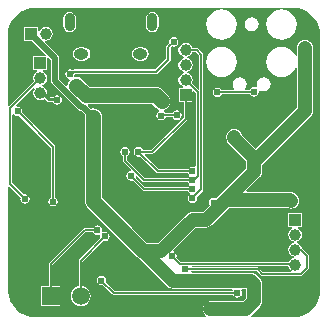
<source format=gbl>
G04*
G04 #@! TF.GenerationSoftware,Altium Limited,Altium Designer,19.1.7 (138)*
G04*
G04 Layer_Physical_Order=2*
G04 Layer_Color=16711680*
%FSLAX44Y44*%
%MOMM*%
G71*
G01*
G75*
%ADD13C,0.1270*%
%ADD35R,1.0000X1.0000*%
%ADD36C,1.0000*%
%ADD37R,1.0000X1.0000*%
%ADD38O,1.2500X0.9500*%
%ADD39O,0.9000X1.5500*%
%ADD40C,1.5000*%
%ADD41R,1.5000X1.5000*%
%ADD42C,0.5000*%
%ADD43C,0.2540*%
%ADD44C,0.2032*%
%ADD46C,0.5080*%
%ADD48C,0.1524*%
%ADD50C,0.6096*%
%ADD51C,1.1430*%
%ADD52C,1.2700*%
G36*
X988882Y867994D02*
Y850278D01*
X989148Y848941D01*
X989906Y847806D01*
X1012271Y825441D01*
X1012271Y825441D01*
X1013406Y824683D01*
X1014743Y824417D01*
X1014743Y824417D01*
X1014933D01*
X1017901Y821448D01*
X1017837Y821294D01*
X1017589Y819404D01*
Y748284D01*
X1017837Y746394D01*
X1018567Y744633D01*
X1019727Y743121D01*
X1046667Y716181D01*
X1047505Y715090D01*
X1061637Y700957D01*
X1063149Y699797D01*
X1064095Y699405D01*
X1087490Y676010D01*
X1087490Y676010D01*
X1088869Y674951D01*
X1090476Y674286D01*
X1092200Y674059D01*
X1092200Y674059D01*
X1142072D01*
X1142786Y672789D01*
X1142434Y672210D01*
X1042671D01*
X1035322Y679558D01*
X1035601Y680961D01*
X1035295Y682497D01*
X1034425Y683799D01*
X1033123Y684669D01*
X1031587Y684975D01*
X1030051Y684669D01*
X1028748Y683799D01*
X1027878Y682497D01*
X1027572Y680961D01*
X1027878Y679425D01*
X1028748Y678122D01*
X1030051Y677252D01*
X1031587Y676947D01*
X1032989Y677226D01*
X1040821Y669394D01*
X1041988Y668910D01*
X1143177D01*
X1143972Y667722D01*
X1145274Y666851D01*
X1146810Y666546D01*
X1148346Y666851D01*
X1149648Y667722D01*
X1150519Y669024D01*
X1150824Y670560D01*
X1150519Y672096D01*
X1150056Y672789D01*
X1150734Y674059D01*
X1154119D01*
Y666045D01*
X1151325Y663251D01*
X1123950D01*
X1122226Y663024D01*
X1120620Y662359D01*
X1119240Y661300D01*
X1118181Y659921D01*
X1117516Y658314D01*
X1117289Y656590D01*
X1117516Y654866D01*
X1118181Y653260D01*
X1119240Y651880D01*
X1120162Y651173D01*
X1119731Y649903D01*
X975613D01*
X975526Y649885D01*
X971132Y650318D01*
X966823Y651625D01*
X962852Y653748D01*
X959371Y656604D01*
X956514Y660085D01*
X954392Y664056D01*
X953085Y668365D01*
X952765Y671615D01*
X952669Y672846D01*
X952502Y673688D01*
X952417Y673816D01*
Y760080D01*
X953687Y760607D01*
X963174Y751119D01*
X962964Y750062D01*
X963269Y748526D01*
X964140Y747224D01*
X965442Y746353D01*
X966978Y746048D01*
X968514Y746353D01*
X969816Y747224D01*
X970687Y748526D01*
X970992Y750062D01*
X970687Y751598D01*
X969816Y752900D01*
X968514Y753771D01*
X966978Y754076D01*
X965921Y753866D01*
X956220Y763567D01*
Y821454D01*
X957490Y821840D01*
X957790Y821392D01*
X959092Y820521D01*
X960628Y820216D01*
X961685Y820426D01*
X988658Y793454D01*
Y751213D01*
X987762Y750614D01*
X986891Y749312D01*
X986586Y747776D01*
X986891Y746240D01*
X987762Y744938D01*
X989064Y744067D01*
X990600Y743762D01*
X992136Y744067D01*
X993438Y744938D01*
X994309Y746240D01*
X994614Y747776D01*
X994309Y749312D01*
X993438Y750614D01*
X992542Y751213D01*
Y794258D01*
X992394Y795001D01*
X991973Y795631D01*
X964432Y823173D01*
X964642Y824230D01*
X964337Y825766D01*
X963466Y827068D01*
X962164Y827939D01*
X960628Y828244D01*
X960212Y828161D01*
X959587Y829332D01*
X974027Y843772D01*
X975013Y842962D01*
X974385Y842022D01*
X973928Y839724D01*
X974385Y837426D01*
X975686Y835478D01*
X977634Y834177D01*
X979932Y833720D01*
X982230Y834177D01*
X983522Y835040D01*
X985741Y832820D01*
X986456Y832343D01*
X987298Y832175D01*
X990561D01*
X991318Y831044D01*
X992620Y830173D01*
X994156Y829868D01*
X995692Y830173D01*
X996994Y831044D01*
X997865Y832346D01*
X998170Y833882D01*
X997865Y835418D01*
X996994Y836720D01*
X995692Y837591D01*
X994156Y837896D01*
X992620Y837591D01*
X991318Y836720D01*
X991222Y836578D01*
X988210D01*
X985792Y838996D01*
X985936Y839724D01*
X985479Y842022D01*
X984178Y843970D01*
X982230Y845271D01*
X981449Y845427D01*
Y846721D01*
X982230Y846877D01*
X984178Y848178D01*
X985479Y850126D01*
X985936Y852424D01*
X985479Y854722D01*
X984178Y856670D01*
X982230Y857971D01*
X982386Y859235D01*
X985821D01*
Y869259D01*
X987091Y869785D01*
X988882Y867994D01*
D02*
G37*
G36*
X975361Y911943D02*
X1132579D01*
X1132663Y910673D01*
X1130016Y910325D01*
X1126911Y909039D01*
X1124245Y906993D01*
X1122199Y904327D01*
X1120913Y901222D01*
X1120474Y897890D01*
X1120913Y894558D01*
X1122199Y891453D01*
X1124245Y888787D01*
X1126911Y886741D01*
X1130016Y885455D01*
X1133348Y885016D01*
X1136680Y885455D01*
X1139785Y886741D01*
X1142451Y888787D01*
X1144497Y891453D01*
X1145783Y894558D01*
X1146222Y897890D01*
X1145783Y901222D01*
X1144497Y904327D01*
X1142451Y906993D01*
X1139785Y909039D01*
X1136680Y910325D01*
X1134033Y910673D01*
X1134117Y911943D01*
X1183379D01*
X1183463Y910673D01*
X1180816Y910325D01*
X1177711Y909039D01*
X1175045Y906993D01*
X1172999Y904327D01*
X1171713Y901222D01*
X1171274Y897890D01*
X1171713Y894558D01*
X1172999Y891453D01*
X1175045Y888787D01*
X1177711Y886741D01*
X1180816Y885455D01*
X1184148Y885016D01*
X1187480Y885455D01*
X1190585Y886741D01*
X1193251Y888787D01*
X1195297Y891453D01*
X1196583Y894558D01*
X1197022Y897890D01*
X1196583Y901222D01*
X1195297Y904327D01*
X1193251Y906993D01*
X1190585Y909039D01*
X1187480Y910325D01*
X1184833Y910673D01*
X1184917Y911943D01*
X1194055D01*
X1194142Y911961D01*
X1198536Y911528D01*
X1202845Y910221D01*
X1206816Y908098D01*
X1210297Y905242D01*
X1213154Y901761D01*
X1215276Y897790D01*
X1216583Y893481D01*
X1217016Y889090D01*
X1216997Y888999D01*
Y672845D01*
X1217015Y672758D01*
X1216582Y668364D01*
X1215275Y664055D01*
X1213152Y660084D01*
X1210296Y656603D01*
X1206815Y653746D01*
X1202844Y651624D01*
X1198535Y650317D01*
X1194145Y649884D01*
X1194053Y649903D01*
X1158304D01*
X1157873Y651173D01*
X1158794Y651880D01*
X1165490Y658575D01*
X1165490Y658576D01*
X1166549Y659955D01*
X1167214Y661562D01*
X1167441Y663286D01*
Y678180D01*
X1167214Y679904D01*
X1166549Y681510D01*
X1165490Y682890D01*
X1165490Y682890D01*
X1162950Y685430D01*
X1161571Y686489D01*
X1159964Y687154D01*
X1158240Y687381D01*
X1158240Y687381D01*
X1108316D01*
X1107596Y688651D01*
X1107619Y688689D01*
X1163131D01*
X1166448Y685372D01*
X1166994Y685007D01*
X1167638Y684879D01*
X1200658D01*
X1201302Y685007D01*
X1201848Y685372D01*
X1206928Y690452D01*
X1207293Y690998D01*
X1207421Y691642D01*
Y701802D01*
X1207293Y702446D01*
X1206928Y702992D01*
X1201601Y708320D01*
X1201379Y709434D01*
X1200078Y711382D01*
X1198130Y712683D01*
X1197349Y712839D01*
Y714133D01*
X1198130Y714289D01*
X1200078Y715590D01*
X1201379Y717538D01*
X1201836Y719836D01*
X1201379Y722134D01*
X1200078Y724082D01*
X1198130Y725383D01*
X1198287Y726647D01*
X1201721D01*
Y738425D01*
X1189943D01*
Y726647D01*
X1193378D01*
X1193534Y725383D01*
X1191586Y724082D01*
X1190285Y722134D01*
X1189828Y719836D01*
X1190285Y717538D01*
X1191586Y715590D01*
X1193534Y714289D01*
X1194315Y714133D01*
Y712839D01*
X1193534Y712683D01*
X1191586Y711382D01*
X1190285Y709434D01*
X1189828Y707136D01*
X1190285Y704838D01*
X1191586Y702890D01*
X1193534Y701589D01*
X1194315Y701433D01*
Y700139D01*
X1193534Y699983D01*
X1191586Y698682D01*
X1190298Y696754D01*
X1098612D01*
X1095181Y700185D01*
X1095452Y701548D01*
X1095147Y703084D01*
X1094276Y704386D01*
X1092974Y705257D01*
X1092756Y705300D01*
X1092338Y706678D01*
X1111535Y725875D01*
X1120181D01*
X1120181Y725875D01*
X1121905Y726102D01*
X1123512Y726767D01*
X1124891Y727826D01*
X1139810Y742746D01*
X1188953D01*
X1190502Y742104D01*
X1192226Y741877D01*
X1193950Y742104D01*
X1195557Y742769D01*
X1196936Y743828D01*
X1197995Y745208D01*
X1198660Y746814D01*
X1198887Y748538D01*
X1198660Y750262D01*
X1197995Y751869D01*
X1196936Y753248D01*
X1196068Y754117D01*
X1194688Y755175D01*
X1193082Y755841D01*
X1191358Y756068D01*
X1191357Y756068D01*
X1154792D01*
X1154306Y757241D01*
X1165490Y768425D01*
X1165490Y768425D01*
X1166549Y769805D01*
X1167214Y771411D01*
X1167441Y773135D01*
X1167441Y773135D01*
Y778799D01*
X1208670Y820028D01*
X1208670Y820028D01*
X1209729Y821407D01*
X1210394Y823014D01*
X1210621Y824738D01*
X1210621Y824738D01*
Y877824D01*
X1210621Y877824D01*
X1210394Y879548D01*
X1209729Y881154D01*
X1208670Y882534D01*
X1208670Y882534D01*
X1208416Y882788D01*
X1207037Y883847D01*
X1205430Y884512D01*
X1203706Y884739D01*
X1201982Y884512D01*
X1200376Y883847D01*
X1198996Y882788D01*
X1197937Y881408D01*
X1197272Y879802D01*
X1197045Y878078D01*
X1197272Y876354D01*
X1197299Y876289D01*
Y871062D01*
X1196029Y870809D01*
X1195297Y872577D01*
X1193251Y875243D01*
X1190585Y877289D01*
X1187480Y878575D01*
X1184148Y879014D01*
X1180816Y878575D01*
X1177711Y877289D01*
X1175045Y875243D01*
X1172999Y872577D01*
X1171713Y869472D01*
X1171274Y866140D01*
X1171713Y862808D01*
X1172999Y859703D01*
X1175045Y857037D01*
X1177711Y854991D01*
X1180816Y853705D01*
X1184148Y853266D01*
X1187480Y853705D01*
X1190585Y854991D01*
X1193251Y857037D01*
X1195297Y859703D01*
X1196029Y861471D01*
X1197299Y861218D01*
Y827497D01*
X1162304Y792502D01*
X1150490Y804316D01*
X1150450Y804618D01*
X1149785Y806225D01*
X1148726Y807604D01*
X1147346Y808663D01*
X1145740Y809328D01*
X1144016Y809555D01*
X1142292Y809328D01*
X1140686Y808663D01*
X1139306Y807604D01*
X1138247Y806225D01*
X1137582Y804618D01*
X1137355Y802894D01*
Y801370D01*
X1137355Y801370D01*
X1137582Y799646D01*
X1138247Y798039D01*
X1139306Y796660D01*
X1154153Y781813D01*
X1154119Y781558D01*
X1154119Y781558D01*
Y775894D01*
X1132341Y754117D01*
X1132341Y754116D01*
X1128528Y750303D01*
X1128280Y750469D01*
X1126744Y750774D01*
X1125208Y750469D01*
X1123906Y749598D01*
X1123035Y748296D01*
X1122730Y746760D01*
X1123035Y745224D01*
X1123201Y744976D01*
X1117422Y739197D01*
X1108776D01*
X1108776Y739197D01*
X1107052Y738970D01*
X1105445Y738305D01*
X1104066Y737246D01*
X1104066Y737246D01*
X1079601Y712781D01*
X1070465D01*
X1058668Y724578D01*
X1057830Y725669D01*
X1032191Y751308D01*
Y819404D01*
X1031943Y821294D01*
X1031213Y823055D01*
X1030053Y824567D01*
X1028541Y825727D01*
X1026780Y826457D01*
X1024890Y826705D01*
X1023000Y826457D01*
X1022846Y826393D01*
X1020118Y829120D01*
X1020644Y830390D01*
X1074698D01*
X1077639Y827449D01*
X1079151Y826289D01*
X1080669Y825660D01*
X1080751Y824682D01*
X1080686Y824335D01*
X1079456Y823512D01*
X1078585Y822210D01*
X1078280Y820674D01*
X1078585Y819138D01*
X1079456Y817836D01*
X1080758Y816965D01*
X1082294Y816660D01*
X1083830Y816965D01*
X1085132Y817836D01*
X1086003Y819138D01*
X1086031Y819278D01*
X1091869D01*
X1092664Y818090D01*
X1093966Y817219D01*
X1095502Y816914D01*
X1097038Y817219D01*
X1098340Y818090D01*
X1099211Y819392D01*
X1099516Y820928D01*
X1099211Y822464D01*
X1098340Y823766D01*
X1097038Y824637D01*
X1095502Y824942D01*
X1093966Y824637D01*
X1092664Y823766D01*
X1091869Y822578D01*
X1085757D01*
X1085132Y823512D01*
X1084102Y824201D01*
X1084222Y825392D01*
X1084265Y825503D01*
X1084692Y825559D01*
X1086453Y826289D01*
X1087965Y827449D01*
X1089125Y828961D01*
X1089855Y830722D01*
X1090104Y832612D01*
X1089855Y834502D01*
X1089125Y836263D01*
X1087965Y837775D01*
X1082885Y842855D01*
X1081373Y844015D01*
X1079612Y844745D01*
X1077722Y844994D01*
X1021818D01*
X1015575Y851237D01*
X1014063Y852397D01*
X1012302Y853127D01*
X1010412Y853375D01*
X1009708Y853283D01*
X1009347Y853638D01*
X1008838Y854449D01*
X1009092Y855726D01*
X1009166Y855816D01*
X1078230D01*
X1078973Y855964D01*
X1079603Y856385D01*
X1089763Y866544D01*
X1089763Y866545D01*
X1090184Y867175D01*
X1090332Y867918D01*
Y877782D01*
X1091802Y879251D01*
X1092859Y879040D01*
X1094395Y879346D01*
X1095697Y880216D01*
X1096567Y881518D01*
X1096873Y883055D01*
X1096567Y884591D01*
X1095697Y885893D01*
X1094395Y886763D01*
X1092859Y887069D01*
X1091322Y886763D01*
X1090020Y885893D01*
X1089150Y884591D01*
X1088844Y883055D01*
X1089055Y881998D01*
X1087017Y879959D01*
X1086596Y879329D01*
X1086448Y878586D01*
Y868723D01*
X1077426Y859700D01*
X1008210D01*
X1007466Y859553D01*
X1006952Y859209D01*
X1006614Y859435D01*
X1005078Y859740D01*
X1003542Y859435D01*
X1002240Y858564D01*
X1001369Y857262D01*
X1001064Y855726D01*
X1001369Y854190D01*
X1002240Y852888D01*
X1003542Y852017D01*
X1004154Y851896D01*
X1004681Y850496D01*
X1004089Y849725D01*
X1003359Y847964D01*
X1003135Y846262D01*
X1002031Y845570D01*
X995874Y851727D01*
Y869442D01*
X995608Y870780D01*
X994850Y871914D01*
X983865Y882900D01*
X984185Y883498D01*
X984541Y884019D01*
X986802Y884469D01*
X988750Y885770D01*
X990051Y887718D01*
X990508Y890016D01*
X990051Y892314D01*
X988750Y894262D01*
X986802Y895563D01*
X984504Y896020D01*
X982206Y895563D01*
X980258Y894262D01*
X978957Y892314D01*
X977693Y892470D01*
Y895905D01*
X965915D01*
Y884127D01*
X972749D01*
X984593Y872283D01*
X984067Y871013D01*
X974043D01*
Y859235D01*
X977477D01*
X977634Y857971D01*
X975686Y856670D01*
X974385Y854722D01*
X973928Y852424D01*
X974385Y850126D01*
X974586Y849825D01*
X953687Y828925D01*
X952417Y829452D01*
Y889001D01*
X952399Y889088D01*
X952832Y893482D01*
X954139Y897791D01*
X956262Y901762D01*
X959118Y905243D01*
X962599Y908100D01*
X966570Y910222D01*
X970879Y911529D01*
X975269Y911962D01*
X975361Y911943D01*
D02*
G37*
G36*
X1190285Y692138D02*
X1191586Y690190D01*
X1192596Y689515D01*
X1192211Y688245D01*
X1168335D01*
X1165018Y691562D01*
X1164472Y691927D01*
X1163828Y692055D01*
X1107589D01*
X1107552Y692118D01*
X1108271Y693388D01*
X1190036D01*
X1190285Y692138D01*
D02*
G37*
%LPC*%
G36*
X1028192Y727660D02*
X1026656Y727355D01*
X1025354Y726484D01*
X1024559Y725296D01*
X1017524D01*
X1016358Y724812D01*
X987402Y695856D01*
X986918Y694690D01*
Y676155D01*
X980179D01*
Y659377D01*
X996957D01*
Y676155D01*
X990218D01*
Y694007D01*
X1018207Y721996D01*
X1024559D01*
X1025354Y720808D01*
X1026656Y719937D01*
X1028192Y719632D01*
X1029549Y719902D01*
X1030197Y719493D01*
X1030673Y719041D01*
X1030528Y718312D01*
X1030807Y716910D01*
X1012802Y698904D01*
X1012318Y697738D01*
Y676010D01*
X1011778Y675939D01*
X1009737Y675094D01*
X1007985Y673749D01*
X1006640Y671997D01*
X1005795Y669956D01*
X1005507Y667766D01*
X1005795Y665576D01*
X1006640Y663535D01*
X1007985Y661783D01*
X1009737Y660438D01*
X1011778Y659593D01*
X1013968Y659305D01*
X1016158Y659593D01*
X1018199Y660438D01*
X1019951Y661783D01*
X1021296Y663535D01*
X1022141Y665576D01*
X1022429Y667766D01*
X1022141Y669956D01*
X1021296Y671997D01*
X1019951Y673749D01*
X1018199Y675094D01*
X1016158Y675939D01*
X1015618Y676010D01*
Y697055D01*
X1033140Y714577D01*
X1034542Y714298D01*
X1036078Y714603D01*
X1037380Y715474D01*
X1038251Y716776D01*
X1038556Y718312D01*
X1038251Y719848D01*
X1037380Y721150D01*
X1036078Y722021D01*
X1034542Y722326D01*
X1033185Y722056D01*
X1032537Y722465D01*
X1032061Y722917D01*
X1032206Y723646D01*
X1031901Y725182D01*
X1031030Y726484D01*
X1029728Y727355D01*
X1028192Y727660D01*
D02*
G37*
G36*
X1158748Y903847D02*
X1156469Y903393D01*
X1154536Y902102D01*
X1153245Y900169D01*
X1152792Y897890D01*
X1153245Y895611D01*
X1154536Y893678D01*
X1156469Y892387D01*
X1158748Y891934D01*
X1161027Y892387D01*
X1162960Y893678D01*
X1164251Y895611D01*
X1164705Y897890D01*
X1164251Y900169D01*
X1162960Y902102D01*
X1161027Y903393D01*
X1158748Y903847D01*
D02*
G37*
G36*
X1074674Y908667D02*
X1072571Y908248D01*
X1070789Y907057D01*
X1069598Y905275D01*
X1069179Y903172D01*
Y896672D01*
X1069598Y894569D01*
X1070789Y892787D01*
X1072571Y891596D01*
X1074674Y891177D01*
X1076777Y891596D01*
X1078559Y892787D01*
X1079750Y894569D01*
X1080169Y896672D01*
Y903172D01*
X1079750Y905275D01*
X1078559Y907057D01*
X1076777Y908248D01*
X1074674Y908667D01*
D02*
G37*
G36*
X1004674D02*
X1002571Y908248D01*
X1000789Y907057D01*
X999598Y905275D01*
X999179Y903172D01*
Y896672D01*
X999598Y894569D01*
X1000789Y892787D01*
X1002571Y891596D01*
X1004674Y891177D01*
X1006777Y891596D01*
X1008559Y892787D01*
X1009750Y894569D01*
X1010169Y896672D01*
Y903172D01*
X1009750Y905275D01*
X1008559Y907057D01*
X1006777Y908248D01*
X1004674Y908667D01*
D02*
G37*
G36*
X1066174Y878671D02*
X1063174D01*
X1060974Y878234D01*
X1059109Y876988D01*
X1057862Y875122D01*
X1057424Y872922D01*
X1057862Y870722D01*
X1059109Y868857D01*
X1060974Y867610D01*
X1063174Y867172D01*
X1066174D01*
X1068374Y867610D01*
X1070239Y868857D01*
X1071486Y870722D01*
X1071924Y872922D01*
X1071486Y875122D01*
X1070662Y876356D01*
X1070626Y876443D01*
X1070595Y876455D01*
X1070239Y876988D01*
X1068374Y878234D01*
X1066174Y878671D01*
D02*
G37*
G36*
X1016174D02*
X1013174D01*
X1010974Y878234D01*
X1009109Y876988D01*
X1007862Y875122D01*
X1007424Y872922D01*
X1007862Y870722D01*
X1009109Y868857D01*
X1010974Y867610D01*
X1013174Y867172D01*
X1016174D01*
X1018374Y867610D01*
X1020239Y868857D01*
X1020693Y869536D01*
X1021350Y869807D01*
X1021604Y870061D01*
X1021926Y870839D01*
Y875665D01*
X1021604Y876443D01*
X1020826Y876765D01*
X1020388D01*
X1020239Y876988D01*
X1018374Y878234D01*
X1016174Y878671D01*
D02*
G37*
G36*
X1133348Y879014D02*
X1130016Y878575D01*
X1126911Y877289D01*
X1124245Y875243D01*
X1122199Y872577D01*
X1120913Y869472D01*
X1120474Y866140D01*
X1120913Y862808D01*
X1122199Y859703D01*
X1124245Y857037D01*
X1126911Y854991D01*
X1130016Y853705D01*
X1133348Y853266D01*
X1136680Y853705D01*
X1139785Y854991D01*
X1142451Y857037D01*
X1144497Y859703D01*
X1145783Y862808D01*
X1146222Y866140D01*
X1145783Y869472D01*
X1144497Y872577D01*
X1142451Y875243D01*
X1139785Y877289D01*
X1136680Y878575D01*
X1133348Y879014D01*
D02*
G37*
G36*
X1168908Y853046D02*
X1166629Y852593D01*
X1164696Y851302D01*
X1163405Y849369D01*
X1162952Y847090D01*
X1163305Y845316D01*
X1162653Y844744D01*
X1162223Y844467D01*
X1160780Y844754D01*
X1159244Y844449D01*
X1157942Y843578D01*
X1157071Y842276D01*
X1157044Y842136D01*
X1153801D01*
X1153152Y843406D01*
X1154091Y844811D01*
X1154545Y847090D01*
X1154091Y849369D01*
X1152800Y851302D01*
X1150867Y852593D01*
X1148588Y853046D01*
X1146309Y852593D01*
X1144376Y851302D01*
X1143085Y849369D01*
X1142632Y847090D01*
X1143085Y844811D01*
X1144024Y843406D01*
X1143375Y842136D01*
X1133255D01*
X1132630Y843070D01*
X1131328Y843941D01*
X1129792Y844246D01*
X1128256Y843941D01*
X1126954Y843070D01*
X1126083Y841768D01*
X1125778Y840232D01*
X1126083Y838696D01*
X1126954Y837394D01*
X1128256Y836523D01*
X1129792Y836218D01*
X1131328Y836523D01*
X1132630Y837394D01*
X1133501Y838696D01*
X1133529Y838836D01*
X1157317D01*
X1157942Y837902D01*
X1159244Y837031D01*
X1160780Y836726D01*
X1162316Y837031D01*
X1163618Y837902D01*
X1164489Y839204D01*
X1164794Y840740D01*
X1164669Y841369D01*
X1165812Y842132D01*
X1166629Y841587D01*
X1168908Y841133D01*
X1171187Y841587D01*
X1173120Y842878D01*
X1174411Y844811D01*
X1174865Y847090D01*
X1174411Y849369D01*
X1173120Y851302D01*
X1171187Y852593D01*
X1168908Y853046D01*
D02*
G37*
G36*
X1102868Y882304D02*
X1100570Y881847D01*
X1098622Y880546D01*
X1097321Y878598D01*
X1096864Y876300D01*
X1097321Y874002D01*
X1098622Y872054D01*
X1100570Y870753D01*
X1101351Y870597D01*
Y869303D01*
X1100570Y869147D01*
X1098622Y867846D01*
X1097321Y865898D01*
X1096864Y863600D01*
X1097321Y861302D01*
X1098622Y859354D01*
X1100570Y858053D01*
X1101351Y857897D01*
Y856603D01*
X1100570Y856447D01*
X1098622Y855146D01*
X1097321Y853198D01*
X1096864Y850900D01*
X1097321Y848602D01*
X1098622Y846654D01*
X1100570Y845353D01*
X1100414Y844089D01*
X1096979D01*
Y832311D01*
X1101218D01*
Y818817D01*
X1073991Y791590D01*
X1066623D01*
X1065828Y792778D01*
X1064526Y793649D01*
X1062990Y793954D01*
X1061454Y793649D01*
X1060152Y792778D01*
X1059281Y791476D01*
X1058976Y789940D01*
X1059281Y788404D01*
X1060152Y787102D01*
X1061454Y786231D01*
X1062990Y785926D01*
X1064392Y786205D01*
X1078334Y772264D01*
X1079500Y771780D01*
X1105077D01*
X1105872Y770592D01*
X1106183Y770384D01*
Y768856D01*
X1105872Y768648D01*
X1105077Y767460D01*
X1068753D01*
X1053210Y783003D01*
Y786307D01*
X1054398Y787102D01*
X1055269Y788404D01*
X1055574Y789940D01*
X1055269Y791476D01*
X1054398Y792778D01*
X1053096Y793649D01*
X1051560Y793954D01*
X1050024Y793649D01*
X1048722Y792778D01*
X1047851Y791476D01*
X1047546Y789940D01*
X1047851Y788404D01*
X1048722Y787102D01*
X1049910Y786307D01*
Y782320D01*
X1050394Y781154D01*
X1056704Y774843D01*
X1056697Y774721D01*
X1056204Y773547D01*
X1055104Y773329D01*
X1053802Y772458D01*
X1052931Y771156D01*
X1052626Y769620D01*
X1052931Y768084D01*
X1053802Y766782D01*
X1055104Y765911D01*
X1056640Y765606D01*
X1058042Y765885D01*
X1066650Y757278D01*
X1067816Y756794D01*
X1104823D01*
X1105618Y755606D01*
X1106246Y755186D01*
X1106263Y753670D01*
X1105872Y753408D01*
X1105001Y752106D01*
X1104696Y750570D01*
X1105001Y749034D01*
X1105872Y747732D01*
X1107174Y746861D01*
X1108710Y746556D01*
X1110246Y746861D01*
X1111548Y747732D01*
X1112419Y749034D01*
X1112724Y750570D01*
X1112445Y751972D01*
X1117496Y757024D01*
X1117980Y758190D01*
Y872254D01*
X1117496Y873420D01*
X1113450Y877466D01*
X1112284Y877950D01*
X1108544D01*
X1108415Y878598D01*
X1107114Y880546D01*
X1105166Y881847D01*
X1102868Y882304D01*
D02*
G37*
%LPD*%
G36*
X1114680Y871571D02*
Y843216D01*
X1113410Y842690D01*
X1108048Y848053D01*
X1108415Y848602D01*
X1108872Y850900D01*
X1108415Y853198D01*
X1107114Y855146D01*
X1105166Y856447D01*
X1104385Y856603D01*
Y857897D01*
X1105166Y858053D01*
X1107114Y859354D01*
X1108415Y861302D01*
X1108872Y863600D01*
X1108415Y865898D01*
X1107114Y867846D01*
X1105166Y869147D01*
X1104385Y869303D01*
Y870597D01*
X1105166Y870753D01*
X1107114Y872054D01*
X1108415Y874002D01*
X1108544Y874650D01*
X1111601D01*
X1114680Y871571D01*
D02*
G37*
G36*
X1111632Y839803D02*
Y777740D01*
X1110362Y777061D01*
X1110246Y777139D01*
X1108710Y777444D01*
X1107174Y777139D01*
X1105872Y776268D01*
X1105077Y775080D01*
X1080183D01*
X1068146Y787117D01*
X1068632Y788290D01*
X1074674D01*
X1075840Y788774D01*
X1104034Y816968D01*
X1104518Y818134D01*
Y832311D01*
X1108757D01*
Y841019D01*
X1109930Y841505D01*
X1111632Y839803D01*
D02*
G37*
G36*
X1066904Y764644D02*
X1068070Y764160D01*
X1105077D01*
X1105868Y762977D01*
X1105872Y762971D01*
X1105866Y761448D01*
X1105618Y761282D01*
X1104823Y760094D01*
X1068499D01*
X1060582Y768010D01*
X1060809Y769162D01*
X1061978Y769569D01*
X1066904Y764644D01*
D02*
G37*
D13*
X1082294Y820674D02*
X1082548Y820928D01*
X1095502D01*
X1116330Y758190D02*
Y872254D01*
X1112284Y876300D02*
X1116330Y872254D01*
X1108710Y750570D02*
X1116330Y758190D01*
X1113282Y769112D02*
Y840486D01*
X1109980Y765810D02*
X1113282Y769112D01*
X1102868Y850900D02*
X1113282Y840486D01*
X1108710Y765810D02*
X1109980D01*
X1102868Y876300D02*
X1112284D01*
X1130046Y840486D02*
X1160526D01*
X1129792Y840232D02*
X1130046Y840486D01*
X1160526D02*
X1160780Y840740D01*
X1013968Y667766D02*
Y697738D01*
X1034542Y718312D01*
X1017524Y723646D02*
X1028192D01*
X988568Y694690D02*
X1017524Y723646D01*
X988568Y667766D02*
Y694690D01*
X1034288Y718312D02*
X1034542D01*
X1102868Y818134D02*
Y838200D01*
X1074674Y789940D02*
X1102868Y818134D01*
X1079500Y773430D02*
X1108710D01*
X1067816Y758444D02*
X1108456D01*
X1056640Y769620D02*
X1067816Y758444D01*
X1062990Y789940D02*
X1074674D01*
X1062990D02*
X1079500Y773430D01*
X1068070Y765810D02*
X1108710D01*
X1051560Y782320D02*
X1068070Y765810D01*
X1051560Y782320D02*
Y789940D01*
X1041988Y670560D02*
X1146810D01*
X1031587Y680961D02*
X1041988Y670560D01*
D35*
X971804Y890016D02*
D03*
D36*
X984504D02*
D03*
X979932Y839724D02*
D03*
Y852424D02*
D03*
X1102868Y850900D02*
D03*
Y863600D02*
D03*
Y876300D02*
D03*
X1195832Y694436D02*
D03*
Y707136D02*
D03*
Y719836D02*
D03*
D37*
X979932Y865124D02*
D03*
X1102868Y838200D02*
D03*
X1195832Y732536D02*
D03*
D38*
X1014674Y872922D02*
D03*
X1064674D02*
D03*
D39*
X1004674Y899922D02*
D03*
X1074674D02*
D03*
D40*
X1013968Y667766D02*
D03*
D41*
X988568D02*
D03*
D42*
X1131150Y778380D02*
D03*
X1142150D02*
D03*
X1131150Y767380D02*
D03*
X1142150D02*
D03*
D43*
X993661Y834377D02*
X994156Y833882D01*
X987298Y834377D02*
X993661D01*
X981951Y839724D02*
X987298Y834377D01*
X979932Y839724D02*
X981951D01*
D44*
X1008210Y857758D02*
X1078230D01*
X1006178Y855726D02*
X1008210Y857758D01*
X1005078Y855726D02*
X1006178D01*
X1078230Y857758D02*
X1088390Y867918D01*
X990600Y747776D02*
Y794258D01*
X960628Y824230D02*
X990600Y794258D01*
X954278Y826770D02*
X979932Y852424D01*
X954278Y762762D02*
Y826770D01*
Y762762D02*
X966978Y750062D01*
X1088390Y867918D02*
Y878586D01*
X1092859Y883055D01*
D46*
X992378Y850278D02*
Y869442D01*
Y850278D02*
X1014743Y827913D01*
X1016381D01*
X1024890Y819404D01*
X971804Y890016D02*
X992378Y869442D01*
D48*
X1200658Y686562D02*
X1205738Y691642D01*
X1167638Y686562D02*
X1200658D01*
X1205738Y691642D02*
Y701802D01*
X1163828Y690372D02*
X1167638Y686562D01*
X1102614Y690372D02*
X1163828D01*
X1097915Y695071D02*
X1195197D01*
X1091438Y701548D02*
X1097915Y695071D01*
X1195197D02*
X1195832Y694436D01*
X1200404Y707136D02*
X1205738Y701802D01*
X1195832Y707136D02*
X1200404D01*
D50*
X1082294Y820674D02*
D03*
X1124204Y849630D02*
D03*
X1192226Y748538D02*
D03*
X1174750Y668528D02*
D03*
X1206500Y889000D02*
D03*
Y736600D02*
D03*
X1181100Y838200D02*
D03*
X1168400Y812800D02*
D03*
X1181100Y787400D02*
D03*
X1104900Y889000D02*
D03*
X1092200Y660400D02*
D03*
X1079500Y889000D02*
D03*
X1066800Y863600D02*
D03*
X1079500Y736600D02*
D03*
X1066800Y660400D02*
D03*
X1041400Y762000D02*
D03*
Y711200D02*
D03*
X1016000D02*
D03*
X990600Y812800D02*
D03*
X1003300Y787400D02*
D03*
Y736600D02*
D03*
X990600Y711200D02*
D03*
X965200Y863600D02*
D03*
Y762000D02*
D03*
Y711200D02*
D03*
X977900Y685800D02*
D03*
X965200Y660400D02*
D03*
X1116584Y743966D02*
D03*
X1126744Y746760D02*
D03*
X1097788Y795274D02*
D03*
X1121664Y793750D02*
D03*
X1203706Y878078D02*
D03*
X1129792Y840232D02*
D03*
X994156Y833882D02*
D03*
X1010412Y846074D02*
D03*
X1005078Y855726D02*
D03*
X1095502Y820928D02*
D03*
X1082802Y832612D02*
D03*
X960628Y824230D02*
D03*
X990600Y747776D02*
D03*
X966978Y750062D02*
D03*
X1034542Y718312D02*
D03*
X1028192Y723646D02*
D03*
X1033526Y739902D02*
D03*
X1092859Y883055D02*
D03*
X1160780Y840740D02*
D03*
X1162558Y782320D02*
D03*
X1144016Y802894D02*
D03*
X1108710Y773430D02*
D03*
X1024890Y819404D02*
D03*
X1108456Y758444D02*
D03*
X1062990Y789940D02*
D03*
X1108710Y750570D02*
D03*
X1051560Y789940D02*
D03*
X1102614Y690372D02*
D03*
X1091438Y701548D02*
D03*
X1075690Y695960D02*
D03*
X1031587Y680961D02*
D03*
X1056640Y769620D02*
D03*
X1108710Y765810D02*
D03*
X1123950Y656590D02*
D03*
X1160780Y678180D02*
D03*
X1146810Y670560D02*
D03*
D51*
X1137051Y749407D02*
X1191358D01*
X1192226Y748538D01*
X1137051Y749407D02*
X1160780Y773135D01*
X1120181Y732536D02*
X1137051Y749407D01*
X1160780Y773135D02*
Y781558D01*
X1066800Y706120D02*
X1092200Y680720D01*
X1160780Y781558D02*
X1203960Y824738D01*
X1108776Y732536D02*
X1120181D01*
X1203706Y878078D02*
X1203960Y877824D01*
Y824738D02*
Y877824D01*
X1144016Y801370D02*
X1160780Y784606D01*
X1144016Y801370D02*
Y802894D01*
X1082360Y706120D02*
X1108776Y732536D01*
X1066800Y706120D02*
X1082360D01*
X1158240Y680720D02*
X1160780Y678180D01*
X1092200Y680720D02*
X1158240D01*
X1154084Y656590D02*
X1160780Y663286D01*
Y678180D01*
X1123950Y656590D02*
X1154084D01*
D52*
X1024890Y748284D02*
X1052667Y720507D01*
X1018794Y837692D02*
X1077722D01*
X1010412Y846074D02*
X1018794Y837692D01*
X1077722D02*
X1082802Y832612D01*
X1052667Y720253D02*
X1066800Y706120D01*
X1052667Y720253D02*
Y720507D01*
X1024890Y748284D02*
Y819404D01*
M02*

</source>
